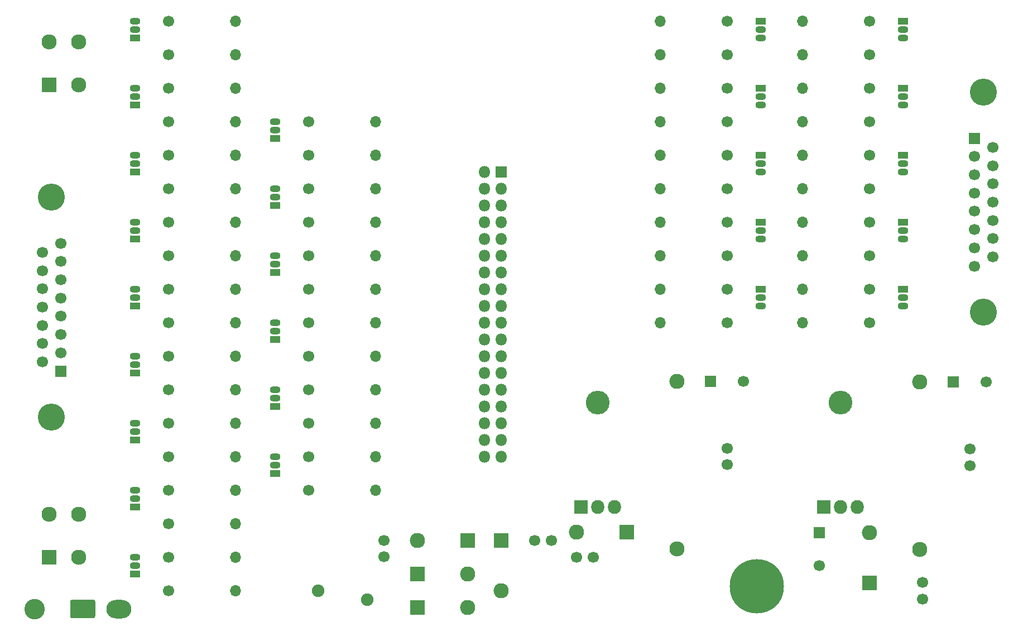
<source format=gbr>
%TF.GenerationSoftware,KiCad,Pcbnew,(5.1.6)-1*%
%TF.CreationDate,2020-07-26T20:56:43-07:00*%
%TF.ProjectId,BPEM488TDHAux,4250454d-3438-4385-9444-484175782e6b,rev?*%
%TF.SameCoordinates,Original*%
%TF.FileFunction,Soldermask,Bot*%
%TF.FilePolarity,Negative*%
%FSLAX46Y46*%
G04 Gerber Fmt 4.6, Leading zero omitted, Abs format (unit mm)*
G04 Created by KiCad (PCBNEW (5.1.6)-1) date 2020-07-26 20:56:43*
%MOMM*%
%LPD*%
G01*
G04 APERTURE LIST*
%ADD10C,4.100000*%
%ADD11C,1.700000*%
%ADD12R,1.700000X1.700000*%
%ADD13C,8.228000*%
%ADD14O,2.005000X2.100000*%
%ADD15R,2.005000X2.100000*%
%ADD16O,3.600000X3.600000*%
%ADD17C,1.900000*%
%ADD18R,2.300000X2.300000*%
%ADD19O,2.300000X2.300000*%
%ADD20O,3.800000X2.800000*%
%ADD21C,3.100000*%
%ADD22C,2.300000*%
%ADD23O,1.600000X1.100000*%
%ADD24R,1.600000X1.100000*%
%ADD25O,1.700000X1.700000*%
%ADD26R,1.800000X1.800000*%
%ADD27O,1.800000X1.800000*%
G04 APERTURE END LIST*
D10*
%TO.C,J4*%
X197635000Y-66705000D03*
X197635000Y-100005000D03*
D11*
X199055000Y-91665000D03*
X199055000Y-88895000D03*
X199055000Y-86125000D03*
X199055000Y-83355000D03*
X199055000Y-80585000D03*
X199055000Y-77815000D03*
X199055000Y-75045000D03*
X196215000Y-93050000D03*
X196215000Y-90280000D03*
X196215000Y-87510000D03*
X196215000Y-84740000D03*
X196215000Y-81970000D03*
X196215000Y-79200000D03*
X196215000Y-76430000D03*
D12*
X196215000Y-73660000D03*
%TD*%
D10*
%TO.C,J3*%
X56238000Y-115921000D03*
X56238000Y-82621000D03*
D11*
X54818000Y-90961000D03*
X54818000Y-93731000D03*
X54818000Y-96501000D03*
X54818000Y-99271000D03*
X54818000Y-102041000D03*
X54818000Y-104811000D03*
X54818000Y-107581000D03*
X57658000Y-89576000D03*
X57658000Y-92346000D03*
X57658000Y-95116000D03*
X57658000Y-97886000D03*
X57658000Y-100656000D03*
X57658000Y-103426000D03*
X57658000Y-106196000D03*
D12*
X57658000Y-108966000D03*
%TD*%
D13*
%TO.C,REF\u002A\u002A*%
X163260000Y-141560000D03*
%TD*%
D14*
%TO.C,U2*%
X178435000Y-129540000D03*
X175895000Y-129540000D03*
D15*
X173355000Y-129540000D03*
D16*
X175895000Y-113740000D03*
%TD*%
D14*
%TO.C,U1*%
X141605000Y-129540000D03*
X139065000Y-129540000D03*
D15*
X136525000Y-129540000D03*
D16*
X139065000Y-113740000D03*
%TD*%
D17*
%TO.C,RV1*%
X96640000Y-142237000D03*
X104140000Y-143637000D03*
%TD*%
D11*
%TO.C,C1*%
X106680000Y-134620000D03*
X106680000Y-137120000D03*
%TD*%
%TO.C,C3*%
X172720000Y-138479540D03*
D12*
X172720000Y-133479540D03*
%TD*%
D11*
%TO.C,C6*%
X158750000Y-123150000D03*
X158750000Y-120650000D03*
%TD*%
%TO.C,C7*%
X195580000Y-120779540D03*
X195580000Y-123279540D03*
%TD*%
%TO.C,C8*%
X161210000Y-110490000D03*
D12*
X156210000Y-110490000D03*
%TD*%
%TO.C,C9*%
X193040000Y-110619540D03*
D11*
X198040000Y-110619540D03*
%TD*%
D18*
%TO.C,D1*%
X111760000Y-139700000D03*
D19*
X119380000Y-139700000D03*
%TD*%
%TO.C,D2*%
X119380000Y-144780000D03*
D18*
X111760000Y-144780000D03*
%TD*%
%TO.C,D3*%
X119380000Y-134620000D03*
D19*
X111760000Y-134620000D03*
%TD*%
%TO.C,D4*%
X124460000Y-142240000D03*
D18*
X124460000Y-134620000D03*
%TD*%
D19*
%TO.C,D5*%
X135890000Y-133350000D03*
D18*
X143510000Y-133350000D03*
%TD*%
%TO.C,D6*%
X180340000Y-141099540D03*
D19*
X180340000Y-133479540D03*
%TD*%
%TO.C,J1*%
G36*
G01*
X62600740Y-146434000D02*
X59319260Y-146434000D01*
G75*
G02*
X59060000Y-146174740I0J259260D01*
G01*
X59060000Y-143893260D01*
G75*
G02*
X59319260Y-143634000I259260J0D01*
G01*
X62600740Y-143634000D01*
G75*
G02*
X62860000Y-143893260I0J-259260D01*
G01*
X62860000Y-146174740D01*
G75*
G02*
X62600740Y-146434000I-259260J0D01*
G01*
G37*
D20*
X66460000Y-145034000D03*
D21*
X53660000Y-145034000D03*
%TD*%
D22*
%TO.C,L1*%
X151130000Y-135890000D03*
D19*
X151130000Y-110490000D03*
%TD*%
%TO.C,L2*%
X187960000Y-110619540D03*
D22*
X187960000Y-136019540D03*
%TD*%
D23*
%TO.C,Q1*%
X68940680Y-77470000D03*
X68940680Y-76200000D03*
D24*
X68940680Y-78740000D03*
%TD*%
%TO.C,Q2*%
X68940680Y-88900000D03*
D23*
X68940680Y-86360000D03*
X68940680Y-87630000D03*
%TD*%
D24*
%TO.C,Q3*%
X68940680Y-99060000D03*
D23*
X68940680Y-96520000D03*
X68940680Y-97790000D03*
%TD*%
%TO.C,Q4*%
X68940680Y-107950000D03*
X68940680Y-106680000D03*
D24*
X68940680Y-109220000D03*
%TD*%
%TO.C,Q5*%
X68940680Y-119380000D03*
D23*
X68940680Y-116840000D03*
X68940680Y-118110000D03*
%TD*%
D24*
%TO.C,Q6*%
X90170000Y-83820000D03*
D23*
X90170000Y-81280000D03*
X90170000Y-82550000D03*
%TD*%
%TO.C,Q7*%
X68940680Y-128270000D03*
X68940680Y-127000000D03*
D24*
X68940680Y-129540000D03*
%TD*%
%TO.C,Q8*%
X68940680Y-139700000D03*
D23*
X68940680Y-137160000D03*
X68940680Y-138430000D03*
%TD*%
%TO.C,Q9*%
X90170000Y-123190000D03*
X90170000Y-121920000D03*
D24*
X90170000Y-124460000D03*
%TD*%
%TO.C,Q10*%
X90170000Y-114300000D03*
D23*
X90170000Y-111760000D03*
X90170000Y-113030000D03*
%TD*%
%TO.C,Q11*%
X90170000Y-102870000D03*
X90170000Y-101600000D03*
D24*
X90170000Y-104140000D03*
%TD*%
D23*
%TO.C,Q12*%
X90170000Y-92710000D03*
X90170000Y-91440000D03*
D24*
X90170000Y-93980000D03*
%TD*%
D23*
%TO.C,Q13*%
X163804600Y-57150000D03*
X163804600Y-58420000D03*
D24*
X163804600Y-55880000D03*
%TD*%
%TO.C,Q14*%
X163804600Y-66040000D03*
D23*
X163804600Y-68580000D03*
X163804600Y-67310000D03*
%TD*%
%TO.C,Q15*%
X163804600Y-77470000D03*
X163804600Y-78740000D03*
D24*
X163804600Y-76200000D03*
%TD*%
%TO.C,Q16*%
X163804600Y-86360000D03*
D23*
X163804600Y-88900000D03*
X163804600Y-87630000D03*
%TD*%
%TO.C,Q17*%
X163804600Y-97790000D03*
X163804600Y-99060000D03*
D24*
X163804600Y-96520000D03*
%TD*%
%TO.C,Q18*%
X68940680Y-68580000D03*
D23*
X68940680Y-66040000D03*
X68940680Y-67310000D03*
%TD*%
%TO.C,Q19*%
X68940680Y-57150000D03*
X68940680Y-55880000D03*
D24*
X68940680Y-58420000D03*
%TD*%
%TO.C,Q20*%
X90170000Y-73660000D03*
D23*
X90170000Y-71120000D03*
X90170000Y-72390000D03*
%TD*%
%TO.C,Q21*%
X185420000Y-97790000D03*
X185420000Y-99060000D03*
D24*
X185420000Y-96520000D03*
%TD*%
%TO.C,Q22*%
X185420000Y-86360000D03*
D23*
X185420000Y-88900000D03*
X185420000Y-87630000D03*
%TD*%
%TO.C,Q23*%
X185420000Y-77470000D03*
X185420000Y-78740000D03*
D24*
X185420000Y-76200000D03*
%TD*%
%TO.C,Q24*%
X185420000Y-66040000D03*
D23*
X185420000Y-68580000D03*
X185420000Y-67310000D03*
%TD*%
%TO.C,Q25*%
X185420000Y-57150000D03*
X185420000Y-58420000D03*
D24*
X185420000Y-55880000D03*
%TD*%
D25*
%TO.C,R1*%
X84180680Y-76200000D03*
D11*
X74020680Y-76200000D03*
%TD*%
%TO.C,R2*%
X74020680Y-81280000D03*
D25*
X84180680Y-81280000D03*
%TD*%
%TO.C,R3*%
X84180680Y-86360000D03*
D11*
X74020680Y-86360000D03*
%TD*%
%TO.C,R4*%
X74020680Y-91440000D03*
D25*
X84180680Y-91440000D03*
%TD*%
D11*
%TO.C,R5*%
X74020680Y-96520000D03*
D25*
X84180680Y-96520000D03*
%TD*%
D11*
%TO.C,R6*%
X74020680Y-101600000D03*
D25*
X84180680Y-101600000D03*
%TD*%
%TO.C,R7*%
X84180680Y-106680000D03*
D11*
X74020680Y-106680000D03*
%TD*%
D25*
%TO.C,R8*%
X84180680Y-111760000D03*
D11*
X74020680Y-111760000D03*
%TD*%
%TO.C,R9*%
X74020680Y-116840000D03*
D25*
X84180680Y-116840000D03*
%TD*%
D11*
%TO.C,R10*%
X74020680Y-121920000D03*
D25*
X84180680Y-121920000D03*
%TD*%
%TO.C,R11*%
X105410000Y-81280000D03*
D11*
X95250000Y-81280000D03*
%TD*%
D25*
%TO.C,R12*%
X105410000Y-86360000D03*
D11*
X95250000Y-86360000D03*
%TD*%
D25*
%TO.C,R13*%
X84180680Y-127000000D03*
D11*
X74020680Y-127000000D03*
%TD*%
%TO.C,R14*%
X74020680Y-132080000D03*
D25*
X84180680Y-132080000D03*
%TD*%
D11*
%TO.C,R15*%
X74020680Y-137160000D03*
D25*
X84180680Y-137160000D03*
%TD*%
%TO.C,R16*%
X84180680Y-142240000D03*
D11*
X74020680Y-142240000D03*
%TD*%
D25*
%TO.C,R17*%
X105410000Y-121920000D03*
D11*
X95250000Y-121920000D03*
%TD*%
D25*
%TO.C,R18*%
X105410000Y-127000000D03*
D11*
X95250000Y-127000000D03*
%TD*%
%TO.C,R19*%
X95250000Y-111760000D03*
D25*
X105410000Y-111760000D03*
%TD*%
D11*
%TO.C,R20*%
X95250000Y-116840000D03*
D25*
X105410000Y-116840000D03*
%TD*%
%TO.C,R21*%
X105410000Y-101600000D03*
D11*
X95250000Y-101600000D03*
%TD*%
D25*
%TO.C,R22*%
X105410000Y-106680000D03*
D11*
X95250000Y-106680000D03*
%TD*%
%TO.C,R23*%
X95250000Y-91440000D03*
D25*
X105410000Y-91440000D03*
%TD*%
D11*
%TO.C,R24*%
X95250000Y-96520000D03*
D25*
X105410000Y-96520000D03*
%TD*%
D11*
%TO.C,R25*%
X158724600Y-55880000D03*
D25*
X148564600Y-55880000D03*
%TD*%
D11*
%TO.C,R26*%
X158724600Y-60960000D03*
D25*
X148564600Y-60960000D03*
%TD*%
D11*
%TO.C,R27*%
X158724600Y-66040000D03*
D25*
X148564600Y-66040000D03*
%TD*%
%TO.C,R28*%
X148564600Y-71120000D03*
D11*
X158724600Y-71120000D03*
%TD*%
D25*
%TO.C,R29*%
X148564600Y-76200000D03*
D11*
X158724600Y-76200000D03*
%TD*%
%TO.C,R30*%
X158724600Y-81280000D03*
D25*
X148564600Y-81280000D03*
%TD*%
D11*
%TO.C,R31*%
X158724600Y-86360000D03*
D25*
X148564600Y-86360000D03*
%TD*%
%TO.C,R32*%
X148564600Y-91440000D03*
D11*
X158724600Y-91440000D03*
%TD*%
%TO.C,R33*%
X158724600Y-96520000D03*
D25*
X148564600Y-96520000D03*
%TD*%
D11*
%TO.C,R34*%
X158724600Y-101600000D03*
D25*
X148564600Y-101600000D03*
%TD*%
%TO.C,R35*%
X84180680Y-66040000D03*
D11*
X74020680Y-66040000D03*
%TD*%
D25*
%TO.C,R36*%
X84180680Y-71120000D03*
D11*
X74020680Y-71120000D03*
%TD*%
%TO.C,R37*%
X74020680Y-55880000D03*
D25*
X84180680Y-55880000D03*
%TD*%
%TO.C,R38*%
X84180680Y-60960000D03*
D11*
X74020680Y-60960000D03*
%TD*%
%TO.C,R39*%
X95250000Y-71120000D03*
D25*
X105410000Y-71120000D03*
%TD*%
D11*
%TO.C,R40*%
X95250000Y-76200000D03*
D25*
X105410000Y-76200000D03*
%TD*%
%TO.C,R41*%
X170180000Y-96520000D03*
D11*
X180340000Y-96520000D03*
%TD*%
D25*
%TO.C,R42*%
X170180000Y-101600000D03*
D11*
X180340000Y-101600000D03*
%TD*%
D25*
%TO.C,R43*%
X170180000Y-86360000D03*
D11*
X180340000Y-86360000D03*
%TD*%
%TO.C,R44*%
X180340000Y-91440000D03*
D25*
X170180000Y-91440000D03*
%TD*%
D11*
%TO.C,R45*%
X180340000Y-76200000D03*
D25*
X170180000Y-76200000D03*
%TD*%
%TO.C,R46*%
X170180000Y-81280000D03*
D11*
X180340000Y-81280000D03*
%TD*%
D25*
%TO.C,R47*%
X170180000Y-66040000D03*
D11*
X180340000Y-66040000D03*
%TD*%
%TO.C,R48*%
X180340000Y-71120000D03*
D25*
X170180000Y-71120000D03*
%TD*%
%TO.C,R49*%
X170180000Y-55880000D03*
D11*
X180340000Y-55880000D03*
%TD*%
D25*
%TO.C,R50*%
X170180000Y-60960000D03*
D11*
X180340000Y-60960000D03*
%TD*%
D22*
%TO.C,S1*%
X60380000Y-65570100D03*
X60380000Y-59070100D03*
X55880000Y-59070100D03*
D18*
X55880000Y-65570100D03*
%TD*%
%TO.C,S2*%
X55880000Y-137160000D03*
D22*
X55880000Y-130660000D03*
X60380000Y-130660000D03*
X60380000Y-137160000D03*
%TD*%
D26*
%TO.C,J2*%
X124460000Y-78740000D03*
D27*
X121920000Y-78740000D03*
X124460000Y-81280000D03*
X121920000Y-81280000D03*
X124460000Y-83820000D03*
X121920000Y-83820000D03*
X124460000Y-86360000D03*
X121920000Y-86360000D03*
X124460000Y-88900000D03*
X121920000Y-88900000D03*
X124460000Y-91440000D03*
X121920000Y-91440000D03*
X124460000Y-93980000D03*
X121920000Y-93980000D03*
X124460000Y-96520000D03*
X121920000Y-96520000D03*
X124460000Y-99060000D03*
X121920000Y-99060000D03*
X124460000Y-101600000D03*
X121920000Y-101600000D03*
X124460000Y-104140000D03*
X121920000Y-104140000D03*
X124460000Y-106680000D03*
X121920000Y-106680000D03*
X124460000Y-109220000D03*
X121920000Y-109220000D03*
X124460000Y-111760000D03*
X121920000Y-111760000D03*
X124460000Y-114300000D03*
X121920000Y-114300000D03*
X124460000Y-116840000D03*
X121920000Y-116840000D03*
X124460000Y-119380000D03*
X121920000Y-119380000D03*
X124460000Y-121920000D03*
X121920000Y-121920000D03*
%TD*%
D11*
%TO.C,C2*%
X132040000Y-134620000D03*
X129540000Y-134620000D03*
%TD*%
%TO.C,C4*%
X135890000Y-137160000D03*
X138390000Y-137160000D03*
%TD*%
%TO.C,C5*%
X188390000Y-141010000D03*
X188390000Y-143510000D03*
%TD*%
M02*

</source>
